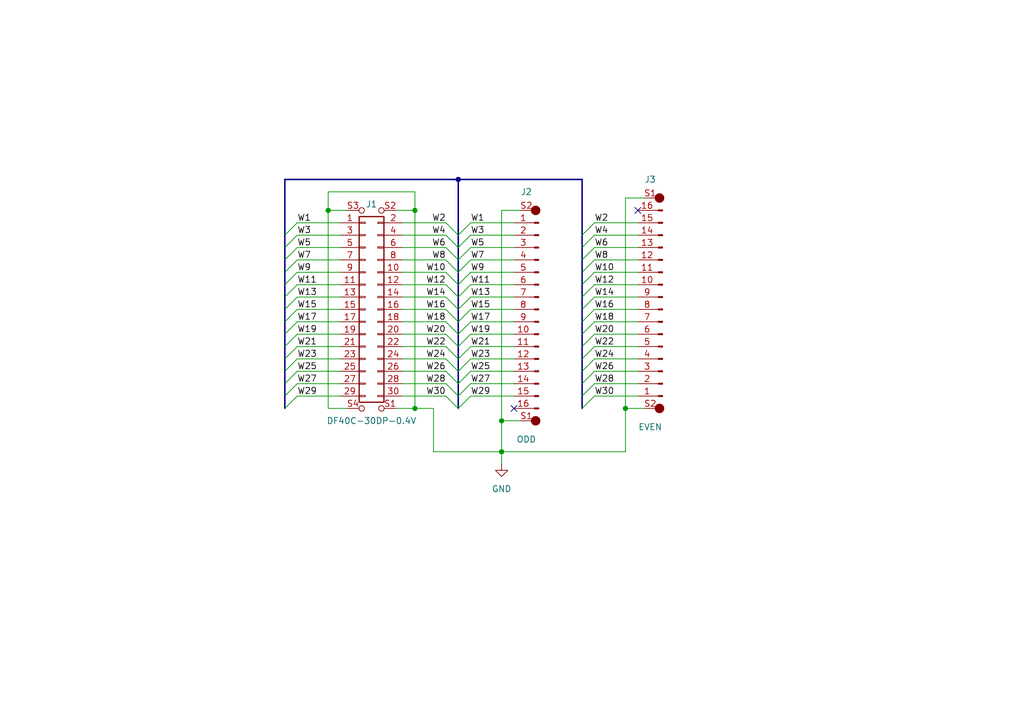
<source format=kicad_sch>
(kicad_sch (version 20231120) (generator "eeschema") (generator_version "8.0")
  (paper "A5")
  (lib_symbols
    (symbol "local:Conn_01x16_Pin" (pin_names (offset 1.016) hide)
      (property "Reference" "J" (at -0.254 25.4 0))
      (property "Value" "Conn_01x16_Pin" (at -0.254 -27.432 0))
      (symbol "Conn_01x16_Pin_1_1"
        (circle (center -1.905 -21.59) (radius 0.898) (fill (type outline)))
        (circle (center -1.905 21.59) (radius 0.898) (fill (type outline)))
        (rectangle (start -1.6764 -18.923) (end -2.54 -19.177) (stroke (width 0.1524)) (fill (type outline)))
        (rectangle (start -1.6764 -16.383) (end -2.54 -16.637) (stroke (width 0.1524)) (fill (type outline)))
        (rectangle (start -1.6764 -13.843) (end -2.54 -14.097) (stroke (width 0.1524)) (fill (type outline)))
        (rectangle (start -1.6764 -11.303) (end -2.54 -11.557) (stroke (width 0.1524)) (fill (type outline)))
        (rectangle (start -1.6764 -8.763) (end -2.54 -9.017) (stroke (width 0.1524)) (fill (type outline)))
        (rectangle (start -1.6764 -6.223) (end -2.54 -6.477) (stroke (width 0.1524)) (fill (type outline)))
        (rectangle (start -1.6764 -3.683) (end -2.54 -3.937) (stroke (width 0.1524)) (fill (type outline)))
        (rectangle (start -1.6764 -1.143) (end -2.54 -1.397) (stroke (width 0.1524)) (fill (type outline)))
        (rectangle (start -1.6764 1.397) (end -2.54 1.143) (stroke (width 0.1524)) (fill (type outline)))
        (rectangle (start -1.6764 3.937) (end -2.54 3.683) (stroke (width 0.1524)) (fill (type outline)))
        (rectangle (start -1.6764 6.477) (end -2.54 6.223) (stroke (width 0.1524)) (fill (type outline)))
        (rectangle (start -1.6764 9.017) (end -2.54 8.763) (stroke (width 0.1524)) (fill (type outline)))
        (rectangle (start -1.6764 11.557) (end -2.54 11.303) (stroke (width 0.1524)) (fill (type outline)))
        (rectangle (start -1.6764 14.097) (end -2.54 13.843) (stroke (width 0.1524)) (fill (type outline)))
        (rectangle (start -1.6764 16.637) (end -2.54 16.383) (stroke (width 0.1524)) (fill (type outline)))
        (rectangle (start -1.6764 19.177) (end -2.54 18.923) (stroke (width 0.1524)) (fill (type outline)))
        (polyline (pts (xy -1.27 -19.05) (xy -1.6764 -19.05)) (stroke (width 0.1524)))
        (polyline (pts (xy -1.27 -16.51) (xy -1.6764 -16.51)) (stroke (width 0.1524)))
        (polyline (pts (xy -1.27 -13.97) (xy -1.6764 -13.97)) (stroke (width 0.1524)))
        (polyline (pts (xy -1.27 -11.43) (xy -1.6764 -11.43)) (stroke (width 0.1524)))
        (polyline (pts (xy -1.27 -8.89) (xy -1.6764 -8.89)) (stroke (width 0.1524)))
        (polyline (pts (xy -1.27 -6.35) (xy -1.6764 -6.35)) (stroke (width 0.1524)))
        (polyline (pts (xy -1.27 -3.81) (xy -1.6764 -3.81)) (stroke (width 0.1524)))
        (polyline (pts (xy -1.27 -1.27) (xy -1.6764 -1.27)) (stroke (width 0.1524)))
        (polyline (pts (xy -1.27 1.27) (xy -1.6764 1.27)) (stroke (width 0.1524)))
        (polyline (pts (xy -1.27 3.81) (xy -1.6764 3.81)) (stroke (width 0.1524)))
        (polyline (pts (xy -1.27 6.35) (xy -1.6764 6.35)) (stroke (width 0.1524)))
        (polyline (pts (xy -1.27 8.89) (xy -1.6764 8.89)) (stroke (width 0.1524)))
        (polyline (pts (xy -1.27 11.43) (xy -1.6764 11.43)) (stroke (width 0.1524)))
        (polyline (pts (xy -1.27 13.97) (xy -1.6764 13.97)) (stroke (width 0.1524)))
        (polyline (pts (xy -1.27 16.51) (xy -1.6764 16.51)) (stroke (width 0.1524)))
        (polyline (pts (xy -1.27 19.05) (xy -1.6764 19.05)) (stroke (width 0.1524)))
        (pin passive line (at 2.54 19.05 180) (length 3.81) (name "Pin_1") (number "1"))
        (pin passive line (at 2.54 -3.81 180) (length 3.81) (name "Pin_10") (number "10"))
        (pin passive line (at 2.54 -6.35 180) (length 3.81) (name "Pin_11") (number "11"))
        (pin passive line (at 2.54 -8.89 180) (length 3.81) (name "Pin_12") (number "12"))
        (pin passive line (at 2.54 -11.43 180) (length 3.81) (name "Pin_13") (number "13"))
        (pin passive line (at 2.54 -13.97 180) (length 3.81) (name "Pin_14") (number "14"))
        (pin passive line (at 2.54 -16.51 180) (length 3.81) (name "Pin_15") (number "15"))
        (pin passive line (at 2.54 -19.05 180) (length 3.81) (name "Pin_16") (number "16"))
        (pin passive line (at 2.54 16.51 180) (length 3.81) (name "Pin_2") (number "2"))
        (pin passive line (at 2.54 13.97 180) (length 3.81) (name "Pin_3") (number "3"))
        (pin passive line (at 2.54 11.43 180) (length 3.81) (name "Pin_4") (number "4"))
        (pin passive line (at 2.54 8.89 180) (length 3.81) (name "Pin_5") (number "5"))
        (pin passive line (at 2.54 6.35 180) (length 3.81) (name "Pin_6") (number "6"))
        (pin passive line (at 2.54 3.81 180) (length 3.81) (name "Pin_7") (number "7"))
        (pin passive line (at 2.54 1.27 180) (length 3.81) (name "Pin_8") (number "8"))
        (pin passive line (at 2.54 -1.27 180) (length 3.81) (name "Pin_9") (number "9"))
        (pin input line (at 1.27 -21.59 180) (length 2.54) (name "S1") (number "S1"))
        (pin input line (at 1.27 21.59 180) (length 2.54) (name "S2") (number "S2"))
      )
    )
    (symbol "local:DF40C-30DP-0.4V" (pin_names (offset 1.016) hide)
      (property "Reference" "J" (at 0 20.32 0))
      (property "Value" "DF40C-30DP-0.4V" (at 0 -20.32 0))
      (symbol "DF40C-30DP-0.4V_1_1"
        (rectangle (start -2.54 -17.653) (end -1.27 -17.907) (stroke (width 0.1524)))
        (rectangle (start -2.54 -15.113) (end -1.27 -15.367) (stroke (width 0.1524)))
        (rectangle (start -2.54 -12.573) (end -1.27 -12.827) (stroke (width 0.1524)))
        (rectangle (start -2.54 -10.033) (end -1.27 -10.287) (stroke (width 0.1524)))
        (rectangle (start -2.54 -7.493) (end -1.27 -7.747) (stroke (width 0.1524)))
        (rectangle (start -2.54 -4.953) (end -1.27 -5.207) (stroke (width 0.1524)))
        (rectangle (start -2.54 -2.413) (end -1.27 -2.667) (stroke (width 0.1524)))
        (rectangle (start -2.54 0.127) (end -1.27 -0.127) (stroke (width 0.1524)))
        (rectangle (start -2.54 2.667) (end -1.27 2.413) (stroke (width 0.1524)))
        (rectangle (start -2.54 5.207) (end -1.27 4.953) (stroke (width 0.1524)))
        (rectangle (start -2.54 7.747) (end -1.27 7.493) (stroke (width 0.1524)))
        (rectangle (start -2.54 10.287) (end -1.27 10.033) (stroke (width 0.1524)))
        (rectangle (start -2.54 12.827) (end -1.27 12.573) (stroke (width 0.1524)))
        (rectangle (start -2.54 15.367) (end -1.27 15.113) (stroke (width 0.1524)))
        (rectangle (start -2.54 17.907) (end -1.27 17.653) (stroke (width 0.1524)))
        (rectangle (start -2.54 19.05) (end 2.54 -19.05) (stroke (width 0.254)))
        (circle (center -2.032 -20.32) (radius 0.568))
        (circle (center -2.032 20.32) (radius 0.568))
        (circle (center 2.032 -20.32) (radius 0.568))
        (circle (center 2.032 20.32) (radius 0.568))
        (rectangle (start 2.54 -17.653) (end 1.27 -17.907) (stroke (width 0.1524)))
        (rectangle (start 2.54 -15.113) (end 1.27 -15.367) (stroke (width 0.1524)))
        (rectangle (start 2.54 -12.573) (end 1.27 -12.827) (stroke (width 0.1524)))
        (rectangle (start 2.54 -10.033) (end 1.27 -10.287) (stroke (width 0.1524)))
        (rectangle (start 2.54 -7.493) (end 1.27 -7.747) (stroke (width 0.1524)))
        (rectangle (start 2.54 -4.953) (end 1.27 -5.207) (stroke (width 0.1524)))
        (rectangle (start 2.54 -2.413) (end 1.27 -2.667) (stroke (width 0.1524)))
        (rectangle (start 2.54 0.127) (end 1.27 -0.127) (stroke (width 0.1524)))
        (rectangle (start 2.54 2.667) (end 1.27 2.413) (stroke (width 0.1524)))
        (rectangle (start 2.54 5.207) (end 1.27 4.953) (stroke (width 0.1524)))
        (rectangle (start 2.54 7.747) (end 1.27 7.493) (stroke (width 0.1524)))
        (rectangle (start 2.54 10.287) (end 1.27 10.033) (stroke (width 0.1524)))
        (rectangle (start 2.54 12.827) (end 1.27 12.573) (stroke (width 0.1524)))
        (rectangle (start 2.54 15.367) (end 1.27 15.113) (stroke (width 0.1524)))
        (rectangle (start 2.54 17.907) (end 1.27 17.653) (stroke (width 0.1524)))
        (pin passive line (at -6.35 17.78 0) (length 3.81) (name "Pin_1") (number "1"))
        (pin passive line (at 6.35 7.62 180) (length 3.81) (name "Pin_10") (number "10"))
        (pin passive line (at -6.35 5.08 0) (length 3.81) (name "Pin_11") (number "11"))
        (pin passive line (at 6.35 5.08 180) (length 3.81) (name "Pin_12") (number "12"))
        (pin passive line (at -6.35 2.54 0) (length 3.81) (name "Pin_13") (number "13"))
        (pin passive line (at 6.35 2.54 180) (length 3.81) (name "Pin_14") (number "14"))
        (pin passive line (at -6.35 0 0) (length 3.81) (name "Pin_15") (number "15"))
        (pin passive line (at 6.35 0 180) (length 3.81) (name "Pin_16") (number "16"))
        (pin passive line (at -6.35 -2.54 0) (length 3.81) (name "Pin_17") (number "17"))
        (pin passive line (at 6.35 -2.54 180) (length 3.81) (name "Pin_18") (number "18"))
        (pin passive line (at -6.35 -5.08 0) (length 3.81) (name "Pin_19") (number "19"))
        (pin passive line (at 6.35 17.78 180) (length 3.81) (name "Pin_2") (number "2"))
        (pin passive line (at 6.35 -5.08 180) (length 3.81) (name "Pin_20") (number "20"))
        (pin passive line (at -6.35 -7.62 0) (length 3.81) (name "Pin_21") (number "21"))
        (pin passive line (at 6.35 -7.62 180) (length 3.81) (name "Pin_22") (number "22"))
        (pin passive line (at -6.35 -10.16 0) (length 3.81) (name "Pin_23") (number "23"))
        (pin passive line (at 6.35 -10.16 180) (length 3.81) (name "Pin_24") (number "24"))
        (pin passive line (at -6.35 -12.7 0) (length 3.81) (name "Pin_25") (number "25"))
        (pin passive line (at 6.35 -12.7 180) (length 3.81) (name "Pin_26") (number "26"))
        (pin passive line (at -6.35 -15.24 0) (length 3.81) (name "Pin_27") (number "27"))
        (pin passive line (at 6.35 -15.24 180) (length 3.81) (name "Pin_28") (number "28"))
        (pin passive line (at -6.35 -17.78 0) (length 3.81) (name "Pin_29") (number "29"))
        (pin passive line (at -6.35 15.24 0) (length 3.81) (name "Pin_3") (number "3"))
        (pin passive line (at 6.35 -17.78 180) (length 3.81) (name "Pin_30") (number "30"))
        (pin passive line (at 6.35 15.24 180) (length 3.81) (name "Pin_4") (number "4"))
        (pin passive line (at -6.35 12.7 0) (length 3.81) (name "Pin_5") (number "5"))
        (pin passive line (at 6.35 12.7 180) (length 3.81) (name "Pin_6") (number "6"))
        (pin passive line (at -6.35 10.16 0) (length 3.81) (name "Pin_7") (number "7"))
        (pin passive line (at 6.35 10.16 180) (length 3.81) (name "Pin_8") (number "8"))
        (pin passive line (at -6.35 7.62 0) (length 3.81) (name "Pin_9") (number "9"))
        (pin passive line (at 5.08 -20.32 180) (length 2.54) (name "S2") (number "S1"))
        (pin passive line (at 5.08 20.32 180) (length 2.54) (name "S3") (number "S2"))
        (pin passive line (at -5.08 20.32 0) (length 2.54) (name "S4") (number "S3"))
        (pin passive line (at -5.08 -20.32 0) (length 2.54) (name "S1") (number "S4"))
      )
    )
    (symbol "power:GND" (power) (pin_numbers hide) (pin_names (offset 0) hide)
      (property "Value" "GND" (at 0 -3.81 0))
      (symbol "GND_0_1"
        (polyline (pts (xy 0 0) (xy 0 -1.27) (xy 1.27 -1.27) (xy 0 -2.54) (xy -1.27 -1.27) (xy 0 -1.27)))
      )
      (symbol "GND_1_1"
        (pin power_in line (at 0 0 270) (length 0) (name "~") (number "1"))
      )
    )
  )
  (junction (at 85.09 43.18))
  (junction (at 93.98 36.83))
  (junction (at 102.87 86.36))
  (junction (at 128.27 83.82))
  (junction (at 102.87 92.71))
  (junction (at 67.31 43.18))
  (junction (at 85.09 83.82))
  (no_connect (at 105.41 83.82))
  (no_connect (at 130.81 43.18))
  (bus_entry (at 96.52 60.96) (size -2.54 2.54))
  (bus_entry (at 91.44 66.04) (size 2.54 2.54))
  (bus_entry (at 91.44 58.42) (size 2.54 2.54))
  (bus_entry (at 91.44 48.26) (size 2.54 2.54))
  (bus_entry (at 121.92 58.42) (size -2.54 2.54))
  (bus_entry (at 91.44 45.72) (size 2.54 2.54))
  (bus_entry (at 91.44 60.96) (size 2.54 2.54))
  (bus_entry (at 121.92 53.34) (size -2.54 2.54))
  (bus_entry (at 96.52 45.72) (size -2.54 2.54))
  (bus_entry (at 121.92 45.72) (size -2.54 2.54))
  (bus_entry (at 121.92 81.28) (size -2.54 2.54))
  (bus_entry (at 91.44 50.8) (size 2.54 2.54))
  (bus_entry (at 91.44 63.5) (size 2.54 2.54))
  (bus_entry (at 60.96 71.12) (size -2.54 2.54))
  (bus_entry (at 121.92 68.58) (size -2.54 2.54))
  (bus_entry (at 96.52 71.12) (size -2.54 2.54))
  (bus_entry (at 60.96 48.26) (size -2.54 2.54))
  (bus_entry (at 96.52 76.2) (size -2.54 2.54))
  (bus_entry (at 60.96 76.2) (size -2.54 2.54))
  (bus_entry (at 91.44 55.88) (size 2.54 2.54))
  (bus_entry (at 60.96 63.5) (size -2.54 2.54))
  (bus_entry (at 91.44 78.74) (size 2.54 2.54))
  (bus_entry (at 60.96 50.8) (size -2.54 2.54))
  (bus_entry (at 60.96 68.58) (size -2.54 2.54))
  (bus_entry (at 96.52 73.66) (size -2.54 2.54))
  (bus_entry (at 121.92 48.26) (size -2.54 2.54))
  (bus_entry (at 96.52 63.5) (size -2.54 2.54))
  (bus_entry (at 121.92 73.66) (size -2.54 2.54))
  (bus_entry (at 121.92 78.74) (size -2.54 2.54))
  (bus_entry (at 121.92 60.96) (size -2.54 2.54))
  (bus_entry (at 60.96 55.88) (size -2.54 2.54))
  (bus_entry (at 91.44 53.34) (size 2.54 2.54))
  (bus_entry (at 91.44 73.66) (size 2.54 2.54))
  (bus_entry (at 60.96 81.28) (size -2.54 2.54))
  (bus_entry (at 121.92 76.2) (size -2.54 2.54))
  (bus_entry (at 91.44 68.58) (size 2.54 2.54))
  (bus_entry (at 121.92 63.5) (size -2.54 2.54))
  (bus_entry (at 60.96 58.42) (size -2.54 2.54))
  (bus_entry (at 96.52 78.74) (size -2.54 2.54))
  (bus_entry (at 60.96 78.74) (size -2.54 2.54))
  (bus_entry (at 96.52 48.26) (size -2.54 2.54))
  (bus_entry (at 60.96 73.66) (size -2.54 2.54))
  (bus_entry (at 96.52 66.04) (size -2.54 2.54))
  (bus_entry (at 96.52 53.34) (size -2.54 2.54))
  (bus_entry (at 91.44 81.28) (size 2.54 2.54))
  (bus_entry (at 60.96 60.96) (size -2.54 2.54))
  (bus_entry (at 60.96 53.34) (size -2.54 2.54))
  (bus_entry (at 121.92 50.8) (size -2.54 2.54))
  (bus_entry (at 121.92 55.88) (size -2.54 2.54))
  (bus_entry (at 96.52 68.58) (size -2.54 2.54))
  (bus_entry (at 96.52 55.88) (size -2.54 2.54))
  (bus_entry (at 60.96 66.04) (size -2.54 2.54))
  (bus_entry (at 91.44 76.2) (size 2.54 2.54))
  (bus_entry (at 91.44 71.12) (size 2.54 2.54))
  (bus_entry (at 121.92 66.04) (size -2.54 2.54))
  (bus_entry (at 96.52 50.8) (size -2.54 2.54))
  (bus_entry (at 96.52 58.42) (size -2.54 2.54))
  (bus_entry (at 96.52 81.28) (size -2.54 2.54))
  (bus_entry (at 60.96 45.72) (size -2.54 2.54))
  (bus_entry (at 121.92 71.12) (size -2.54 2.54))
  (bus (pts (xy 93.98 66.04) (xy 93.98 68.58)))
  (wire (pts (xy 128.27 40.64) (xy 128.27 83.82)))
  (bus (pts (xy 93.98 55.88) (xy 93.98 53.34)))
  (bus (pts (xy 119.38 53.34) (xy 119.38 50.8)))
  (bus (pts (xy 93.98 36.83) (xy 119.38 36.83)))
  (bus (pts (xy 93.98 53.34) (xy 93.98 50.8)))
  (wire (pts (xy 69.85 60.96) (xy 60.96 60.96)))
  (wire (pts (xy 69.85 71.12) (xy 60.96 71.12)))
  (bus (pts (xy 93.98 63.5) (xy 93.98 66.04)))
  (wire (pts (xy 105.41 73.66) (xy 96.52 73.66)))
  (wire (pts (xy 128.27 83.82) (xy 132.08 83.82)))
  (bus (pts (xy 58.42 55.88) (xy 58.42 53.34)))
  (wire (pts (xy 105.41 81.28) (xy 96.52 81.28)))
  (bus (pts (xy 93.98 50.8) (xy 93.98 48.26)))
  (bus (pts (xy 58.42 36.83) (xy 93.98 36.83)))
  (wire (pts (xy 130.81 58.42) (xy 121.92 58.42)))
  (wire (pts (xy 69.85 45.72) (xy 60.96 45.72)))
  (wire (pts (xy 105.41 78.74) (xy 96.52 78.74)))
  (wire (pts (xy 67.31 39.37) (xy 67.31 43.18)))
  (wire (pts (xy 82.55 76.2) (xy 91.44 76.2)))
  (bus (pts (xy 93.98 36.83) (xy 93.98 48.26)))
  (bus (pts (xy 58.42 76.2) (xy 58.42 78.74)))
  (wire (pts (xy 105.41 45.72) (xy 96.52 45.72)))
  (wire (pts (xy 88.9 92.71) (xy 102.87 92.71)))
  (bus (pts (xy 119.38 83.82) (xy 119.38 81.28)))
  (bus (pts (xy 58.42 60.96) (xy 58.42 58.42)))
  (bus (pts (xy 119.38 50.8) (xy 119.38 48.26)))
  (wire (pts (xy 82.55 81.28) (xy 91.44 81.28)))
  (wire (pts (xy 130.81 48.26) (xy 121.92 48.26)))
  (wire (pts (xy 69.85 50.8) (xy 60.96 50.8)))
  (wire (pts (xy 85.09 43.18) (xy 85.09 39.37)))
  (bus (pts (xy 119.38 66.04) (xy 119.38 63.5)))
  (wire (pts (xy 82.55 60.96) (xy 91.44 60.96)))
  (bus (pts (xy 119.38 60.96) (xy 119.38 58.42)))
  (bus (pts (xy 119.38 68.58) (xy 119.38 66.04)))
  (wire (pts (xy 105.41 76.2) (xy 96.52 76.2)))
  (wire (pts (xy 69.85 58.42) (xy 60.96 58.42)))
  (wire (pts (xy 105.41 55.88) (xy 96.52 55.88)))
  (wire (pts (xy 130.81 45.72) (xy 121.92 45.72)))
  (wire (pts (xy 102.87 86.36) (xy 102.87 43.18)))
  (wire (pts (xy 130.81 71.12) (xy 121.92 71.12)))
  (bus (pts (xy 93.98 60.96) (xy 93.98 63.5)))
  (wire (pts (xy 82.55 78.74) (xy 91.44 78.74)))
  (wire (pts (xy 130.81 60.96) (xy 121.92 60.96)))
  (wire (pts (xy 130.81 66.04) (xy 121.92 66.04)))
  (bus (pts (xy 119.38 76.2) (xy 119.38 73.66)))
  (wire (pts (xy 82.55 53.34) (xy 91.44 53.34)))
  (wire (pts (xy 69.85 48.26) (xy 60.96 48.26)))
  (wire (pts (xy 69.85 68.58) (xy 60.96 68.58)))
  (bus (pts (xy 93.98 58.42) (xy 93.98 55.88)))
  (wire (pts (xy 82.55 48.26) (xy 91.44 48.26)))
  (bus (pts (xy 93.98 68.58) (xy 93.98 71.12)))
  (bus (pts (xy 119.38 48.26) (xy 119.38 36.83)))
  (bus (pts (xy 58.42 81.28) (xy 58.42 83.82)))
  (wire (pts (xy 69.85 66.04) (xy 60.96 66.04)))
  (bus (pts (xy 93.98 73.66) (xy 93.98 76.2)))
  (bus (pts (xy 58.42 66.04) (xy 58.42 68.58)))
  (wire (pts (xy 130.81 53.34) (xy 121.92 53.34)))
  (bus (pts (xy 93.98 73.66) (xy 93.98 71.12)))
  (wire (pts (xy 67.31 83.82) (xy 71.12 83.82)))
  (wire (pts (xy 128.27 83.82) (xy 128.27 92.71)))
  (wire (pts (xy 85.09 39.37) (xy 67.31 39.37)))
  (bus (pts (xy 119.38 71.12) (xy 119.38 68.58)))
  (wire (pts (xy 105.41 50.8) (xy 96.52 50.8)))
  (wire (pts (xy 130.81 81.28) (xy 121.92 81.28)))
  (wire (pts (xy 105.41 71.12) (xy 96.52 71.12)))
  (bus (pts (xy 58.42 53.34) (xy 58.42 50.8)))
  (wire (pts (xy 69.85 55.88) (xy 60.96 55.88)))
  (wire (pts (xy 105.41 53.34) (xy 96.52 53.34)))
  (wire (pts (xy 130.81 78.74) (xy 121.92 78.74)))
  (wire (pts (xy 102.87 43.18) (xy 106.68 43.18)))
  (wire (pts (xy 130.81 55.88) (xy 121.92 55.88)))
  (bus (pts (xy 93.98 81.28) (xy 93.98 83.82)))
  (wire (pts (xy 82.55 66.04) (xy 91.44 66.04)))
  (wire (pts (xy 69.85 53.34) (xy 60.96 53.34)))
  (wire (pts (xy 130.81 76.2) (xy 121.92 76.2)))
  (bus (pts (xy 58.42 73.66) (xy 58.42 71.12)))
  (wire (pts (xy 105.41 48.26) (xy 96.52 48.26)))
  (wire (pts (xy 69.85 76.2) (xy 60.96 76.2)))
  (wire (pts (xy 69.85 73.66) (xy 60.96 73.66)))
  (bus (pts (xy 58.42 36.83) (xy 58.42 48.26)))
  (wire (pts (xy 105.41 68.58) (xy 96.52 68.58)))
  (bus (pts (xy 58.42 78.74) (xy 58.42 81.28)))
  (wire (pts (xy 81.28 83.82) (xy 85.09 83.82)))
  (wire (pts (xy 105.41 58.42) (xy 96.52 58.42)))
  (wire (pts (xy 69.85 78.74) (xy 60.96 78.74)))
  (wire (pts (xy 105.41 63.5) (xy 96.52 63.5)))
  (wire (pts (xy 82.55 50.8) (xy 91.44 50.8)))
  (bus (pts (xy 119.38 78.74) (xy 119.38 76.2)))
  (wire (pts (xy 105.41 60.96) (xy 96.52 60.96)))
  (wire (pts (xy 130.81 50.8) (xy 121.92 50.8)))
  (wire (pts (xy 82.55 71.12) (xy 91.44 71.12)))
  (bus (pts (xy 58.42 60.96) (xy 58.42 63.5)))
  (bus (pts (xy 119.38 55.88) (xy 119.38 53.34)))
  (wire (pts (xy 85.09 43.18) (xy 81.28 43.18)))
  (wire (pts (xy 67.31 43.18) (xy 67.31 83.82)))
  (bus (pts (xy 58.42 63.5) (xy 58.42 66.04)))
  (bus (pts (xy 58.42 58.42) (xy 58.42 55.88)))
  (wire (pts (xy 102.87 92.71) (xy 102.87 95.25)))
  (wire (pts (xy 102.87 92.71) (xy 102.87 86.36)))
  (wire (pts (xy 106.68 86.36) (xy 102.87 86.36)))
  (wire (pts (xy 105.41 66.04) (xy 96.52 66.04)))
  (bus (pts (xy 93.98 78.74) (xy 93.98 81.28)))
  (bus (pts (xy 58.42 73.66) (xy 58.42 76.2)))
  (bus (pts (xy 93.98 76.2) (xy 93.98 78.74)))
  (wire (pts (xy 82.55 73.66) (xy 91.44 73.66)))
  (wire (pts (xy 82.55 55.88) (xy 91.44 55.88)))
  (wire (pts (xy 130.81 63.5) (xy 121.92 63.5)))
  (wire (pts (xy 132.08 40.64) (xy 128.27 40.64)))
  (bus (pts (xy 119.38 73.66) (xy 119.38 71.12)))
  (bus (pts (xy 119.38 63.5) (xy 119.38 60.96)))
  (wire (pts (xy 82.55 58.42) (xy 91.44 58.42)))
  (wire (pts (xy 82.55 68.58) (xy 91.44 68.58)))
  (wire (pts (xy 85.09 83.82) (xy 88.9 83.82)))
  (bus (pts (xy 119.38 58.42) (xy 119.38 55.88)))
  (bus (pts (xy 119.38 81.28) (xy 119.38 78.74)))
  (wire (pts (xy 88.9 83.82) (xy 88.9 92.71)))
  (wire (pts (xy 69.85 63.5) (xy 60.96 63.5)))
  (wire (pts (xy 128.27 92.71) (xy 102.87 92.71)))
  (wire (pts (xy 69.85 81.28) (xy 60.96 81.28)))
  (bus (pts (xy 58.42 50.8) (xy 58.42 48.26)))
  (bus (pts (xy 58.42 68.58) (xy 58.42 71.12)))
  (wire (pts (xy 67.31 43.18) (xy 71.12 43.18)))
  (wire (pts (xy 85.09 43.18) (xy 85.09 83.82)))
  (wire (pts (xy 82.55 45.72) (xy 91.44 45.72)))
  (wire (pts (xy 130.81 73.66) (xy 121.92 73.66)))
  (bus (pts (xy 93.98 60.96) (xy 93.98 58.42)))
  (wire (pts (xy 82.55 63.5) (xy 91.44 63.5)))
  (wire (pts (xy 130.81 68.58) (xy 121.92 68.58)))
  (label "W15" (at 96.52 63.5 0))
  (label "W8" (at 91.44 53.34 180))
  (label "W28" (at 121.92 78.74 0))
  (label "W12" (at 121.92 58.42 0))
  (label "W27" (at 60.96 78.74 0))
  (label "W16" (at 121.92 63.5 0))
  (label "W24" (at 121.92 73.66 0))
  (label "W8" (at 121.92 53.34 0))
  (label "W27" (at 96.52 78.74 0))
  (label "W19" (at 60.96 68.58 0))
  (label "W30" (at 121.92 81.28 0))
  (label "W7" (at 60.96 53.34 0))
  (label "W9" (at 96.52 55.88 0))
  (label "W1" (at 96.52 45.72 0))
  (label "W10" (at 121.92 55.88 0))
  (label "W11" (at 96.52 58.42 0))
  (label "W15" (at 60.96 63.5 0))
  (label "W22" (at 91.44 71.12 180))
  (label "W16" (at 91.44 63.5 180))
  (label "W1" (at 60.96 45.72 0))
  (label "W20" (at 121.92 68.58 0))
  (label "W11" (at 60.96 58.42 0))
  (label "W6" (at 121.92 50.8 0))
  (label "W20" (at 91.44 68.58 180))
  (label "W14" (at 121.92 60.96 0))
  (label "W13" (at 60.96 60.96 0))
  (label "W5" (at 96.52 50.8 0))
  (label "W10" (at 91.44 55.88 180))
  (label "W23" (at 60.96 73.66 0))
  (label "W28" (at 91.44 78.74 180))
  (label "W19" (at 96.52 68.58 0))
  (label "W13" (at 96.52 60.96 0))
  (label "W4" (at 121.92 48.26 0))
  (label "W21" (at 60.96 71.12 0))
  (label "W22" (at 121.92 71.12 0))
  (label "W17" (at 96.52 66.04 0))
  (label "W23" (at 96.52 73.66 0))
  (label "W5" (at 60.96 50.8 0))
  (label "W9" (at 60.96 55.88 0))
  (label "W18" (at 121.92 66.04 0))
  (label "W3" (at 60.96 48.26 0))
  (label "W12" (at 91.44 58.42 180))
  (label "W24" (at 91.44 73.66 180))
  (label "W30" (at 91.44 81.28 180))
  (label "W29" (at 60.96 81.28 0))
  (label "W21" (at 96.52 71.12 0))
  (label "W7" (at 96.52 53.34 0))
  (label "W25" (at 60.96 76.2 0))
  (label "W29" (at 96.52 81.28 0))
  (label "W18" (at 91.44 66.04 180))
  (label "W26" (at 121.92 76.2 0))
  (label "W25" (at 96.52 76.2 0))
  (label "W26" (at 91.44 76.2 180))
  (label "W17" (at 60.96 66.04 0))
  (label "W2" (at 121.92 45.72 0))
  (label "W2" (at 91.44 45.72 180))
  (label "W6" (at 91.44 50.8 180))
  (label "W4" (at 91.44 48.26 180))
  (label "W3" (at 96.52 48.26 0))
  (label "W14" (at 91.44 60.96 180))
  (symbol (lib_id "local:DF40C-30DP-0.4V") (at 76.2 63.5 0) (unit 1)
    (property "Reference" "J1" (at 76.2 41.91 0))
    (property "Value" "DF40C-30DP-0.4V" (at 76.2 86.36 0))
    (property "Footprint" "local:HRS_DF40C-30DP-0.4V_51_" (effects (hide yes)))
    (property "Description" "Generic connector, double row, 02x15, odd/even pin numbering scheme (row 1 odd numbers, row 2 even numbers), script generated (kicad-library-utils/schlib/autogen/connector/)" (effects (hide yes)))
  )
  (symbol (lib_id "local:Conn_01x16_Pin") (at 133.35 62.23 180) (unit 1)
    (property "Reference" "J3" (at 133.35 36.83 0))
    (property "Value" "EVEN" (at 133.35 87.63 0))
    (property "Footprint" "local:TE_1-1734742-6" (effects (hide yes)))
    (property "Description" "Generic connector, single row, 01x16, script generated" (effects (hide yes)))
  )
  (symbol (lib_id "power:GND") (at 102.87 95.25 0) (unit 1)
    (property "Reference" "#PWR01" (effects (hide yes)))
    (property "Value" "GND" (at 102.87 100.33 0))
    (property "Description" "Power symbol creates a global label with name \"GND\" , ground" (effects (hide yes)))
  )
  (symbol (lib_id "local:Conn_01x16_Pin") (at 107.95 64.77 0) (mirror y) (unit 1)
    (property "Reference" "J2" (at 107.95 39.37 0))
    (property "Value" "ODD" (at 107.95 90.17 0))
    (property "Footprint" "local:TE_1-1734742-6" (effects (hide yes)))
    (property "Description" "Generic connector, single row, 01x16, script generated" (effects (hide yes)))
  )
)
</source>
